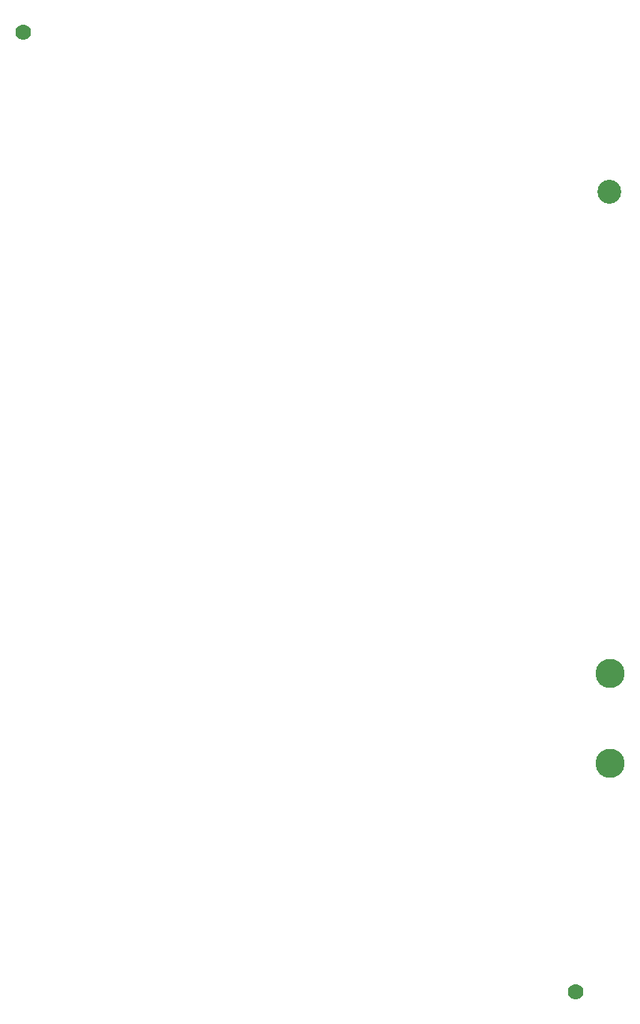
<source format=gbr>
%TF.GenerationSoftware,Altium Limited,Altium Designer,20.0.9 (164)*%
G04 Layer_Color=0*
%FSLAX26Y26*%
%MOIN*%
%TF.FileFunction,NonPlated,1,6,NPTH,Drill*%
%TF.Part,Single*%
G01*
G75*
%TA.AperFunction,ComponentDrill*%
%ADD260C,0.106299*%
%ADD261C,0.130000*%
%ADD262C,0.070000*%
D260*
X2695000Y3645000D02*
D03*
D261*
X2700000Y1100000D02*
D03*
Y1500000D02*
D03*
D262*
X2545000Y85000D02*
D03*
X85000Y4355000D02*
D03*
%TF.MD5,85b4d76243b092504029634c3e41dd39*%
M02*

</source>
